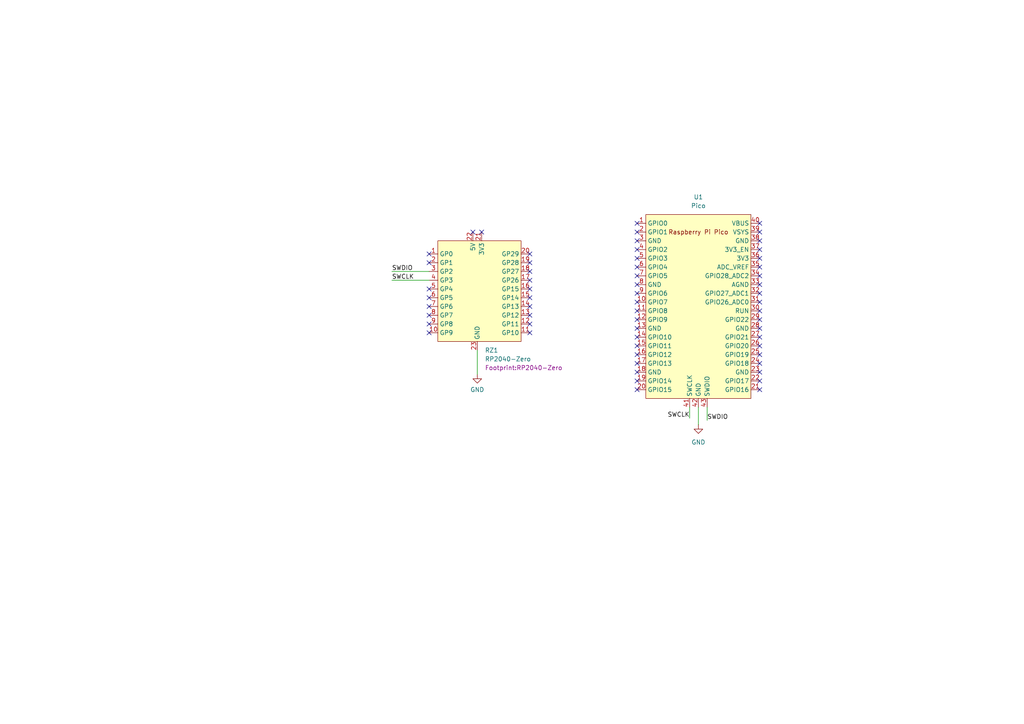
<source format=kicad_sch>
(kicad_sch (version 20231120) (generator "eeschema") (generator_version "8.0")
  (paper "A4")
  (lib_symbols
    (symbol "MCU_RaspberryPi_and_Boards:Pico"
      (property "Reference" "U" (at -13.97 27.94 0))
      (property "Value" "Pico" (at 0 19.05 0))
      (symbol "Pico_0_0"
        (text "Raspberry Pi Pico" (at 0 21.59 0) (effects (font (size 1.27 1.27))))
      )
      (symbol "Pico_0_1"
        (rectangle (start -15.24 26.67) (end 15.24 -26.67) (fill (type background)))
      )
      (symbol "Pico_1_1"
        (pin bidirectional line (at -17.78 24.13 0) (length 2.54) (name "GPIO0") (number "1"))
        (pin bidirectional line (at -17.78 1.27 0) (length 2.54) (name "GPIO7") (number "10"))
        (pin bidirectional line (at -17.78 -1.27 0) (length 2.54) (name "GPIO8") (number "11"))
        (pin bidirectional line (at -17.78 -3.81 0) (length 2.54) (name "GPIO9") (number "12"))
        (pin power_in line (at -17.78 -6.35 0) (length 2.54) (name "GND") (number "13"))
        (pin bidirectional line (at -17.78 -8.89 0) (length 2.54) (name "GPIO10") (number "14"))
        (pin bidirectional line (at -17.78 -11.43 0) (length 2.54) (name "GPIO11") (number "15"))
        (pin bidirectional line (at -17.78 -13.97 0) (length 2.54) (name "GPIO12") (number "16"))
        (pin bidirectional line (at -17.78 -16.51 0) (length 2.54) (name "GPIO13") (number "17"))
        (pin power_in line (at -17.78 -19.05 0) (length 2.54) (name "GND") (number "18"))
        (pin bidirectional line (at -17.78 -21.59 0) (length 2.54) (name "GPIO14") (number "19"))
        (pin bidirectional line (at -17.78 21.59 0) (length 2.54) (name "GPIO1") (number "2"))
        (pin bidirectional line (at -17.78 -24.13 0) (length 2.54) (name "GPIO15") (number "20"))
        (pin bidirectional line (at 17.78 -24.13 180) (length 2.54) (name "GPIO16") (number "21"))
        (pin bidirectional line (at 17.78 -21.59 180) (length 2.54) (name "GPIO17") (number "22"))
        (pin power_in line (at 17.78 -19.05 180) (length 2.54) (name "GND") (number "23"))
        (pin bidirectional line (at 17.78 -16.51 180) (length 2.54) (name "GPIO18") (number "24"))
        (pin bidirectional line (at 17.78 -13.97 180) (length 2.54) (name "GPIO19") (number "25"))
        (pin bidirectional line (at 17.78 -11.43 180) (length 2.54) (name "GPIO20") (number "26"))
        (pin bidirectional line (at 17.78 -8.89 180) (length 2.54) (name "GPIO21") (number "27"))
        (pin power_in line (at 17.78 -6.35 180) (length 2.54) (name "GND") (number "28"))
        (pin bidirectional line (at 17.78 -3.81 180) (length 2.54) (name "GPIO22") (number "29"))
        (pin power_in line (at -17.78 19.05 0) (length 2.54) (name "GND") (number "3"))
        (pin input line (at 17.78 -1.27 180) (length 2.54) (name "RUN") (number "30"))
        (pin bidirectional line (at 17.78 1.27 180) (length 2.54) (name "GPIO26_ADC0") (number "31"))
        (pin bidirectional line (at 17.78 3.81 180) (length 2.54) (name "GPIO27_ADC1") (number "32"))
        (pin power_in line (at 17.78 6.35 180) (length 2.54) (name "AGND") (number "33"))
        (pin bidirectional line (at 17.78 8.89 180) (length 2.54) (name "GPIO28_ADC2") (number "34"))
        (pin power_in line (at 17.78 11.43 180) (length 2.54) (name "ADC_VREF") (number "35"))
        (pin power_in line (at 17.78 13.97 180) (length 2.54) (name "3V3") (number "36"))
        (pin input line (at 17.78 16.51 180) (length 2.54) (name "3V3_EN") (number "37"))
        (pin bidirectional line (at 17.78 19.05 180) (length 2.54) (name "GND") (number "38"))
        (pin power_in line (at 17.78 21.59 180) (length 2.54) (name "VSYS") (number "39"))
        (pin bidirectional line (at -17.78 16.51 0) (length 2.54) (name "GPIO2") (number "4"))
        (pin power_in line (at 17.78 24.13 180) (length 2.54) (name "VBUS") (number "40"))
        (pin input line (at -2.54 -29.21 90) (length 2.54) (name "SWCLK") (number "41"))
        (pin power_in line (at 0 -29.21 90) (length 2.54) (name "GND") (number "42"))
        (pin bidirectional line (at 2.54 -29.21 90) (length 2.54) (name "SWDIO") (number "43"))
        (pin bidirectional line (at -17.78 13.97 0) (length 2.54) (name "GPIO3") (number "5"))
        (pin bidirectional line (at -17.78 11.43 0) (length 2.54) (name "GPIO4") (number "6"))
        (pin bidirectional line (at -17.78 8.89 0) (length 2.54) (name "GPIO5") (number "7"))
        (pin power_in line (at -17.78 6.35 0) (length 2.54) (name "GND") (number "8"))
        (pin bidirectional line (at -17.78 3.81 0) (length 2.54) (name "GPIO6") (number "9"))
      )
    )
    (symbol "power:GND" (power) (pin_numbers hide) (pin_names (offset 0) hide)
      (property "Value" "GND" (at 0 -3.81 0))
      (symbol "GND_0_1"
        (polyline (pts (xy 0 0) (xy 0 -1.27) (xy 1.27 -1.27) (xy 0 -2.54) (xy -1.27 -1.27) (xy 0 -1.27)))
      )
      (symbol "GND_1_1"
        (pin power_in line (at 0 0 270) (length 0) (name "~") (number "1"))
      )
    )
    (symbol "rp2040-zero:RP2040-Zero"
      (property "Reference" "RZ" (at 0 0 0))
      (property "Value" "RP2040-Zero" (at 0 -2.54 0))
      (property "Footprint" "RP2040-Zero:RP2040-Zero" (at 0 0 0))
      (symbol "RP2040-Zero_0_1"
        (rectangle (start -11.43 -15.24) (end 12.7 13.97) (fill (type background)))
      )
      (symbol "RP2040-Zero_1_1"
        (pin bidirectional line (at -13.97 10.16 0) (length 2.54) (name "GP0") (number "1"))
        (pin bidirectional line (at -13.97 -12.7 0) (length 2.54) (name "GP9") (number "10"))
        (pin bidirectional line (at 15.24 -12.7 180) (length 2.54) (name "GP10") (number "11"))
        (pin bidirectional line (at 15.24 -10.16 180) (length 2.54) (name "GP11") (number "12"))
        (pin bidirectional line (at 15.24 -7.62 180) (length 2.54) (name "GP12") (number "13"))
        (pin bidirectional line (at 15.24 -5.08 180) (length 2.54) (name "GP13") (number "14"))
        (pin bidirectional line (at 15.24 -2.54 180) (length 2.54) (name "GP14") (number "15"))
        (pin bidirectional line (at 15.24 0 180) (length 2.54) (name "GP15") (number "16"))
        (pin bidirectional line (at 15.24 2.54 180) (length 2.54) (name "GP26") (number "17"))
        (pin bidirectional line (at 15.24 5.08 180) (length 2.54) (name "GP27") (number "18"))
        (pin bidirectional line (at 15.24 7.62 180) (length 2.54) (name "GP28") (number "19"))
        (pin bidirectional line (at -13.97 7.62 0) (length 2.54) (name "GP1") (number "2"))
        (pin bidirectional line (at 15.24 10.16 180) (length 2.54) (name "GP29") (number "20"))
        (pin power_in line (at 1.27 16.51 270) (length 2.54) (name "3V3") (number "21"))
        (pin power_in line (at -1.27 16.51 270) (length 2.54) (name "5V") (number "22"))
        (pin power_in line (at 0 -17.78 90) (length 2.54) (name "GND") (number "23"))
        (pin bidirectional line (at -13.97 5.08 0) (length 2.54) (name "GP2") (number "3"))
        (pin bidirectional line (at -13.97 2.54 0) (length 2.54) (name "GP3") (number "4"))
        (pin bidirectional line (at -13.97 0 0) (length 2.54) (name "GP4") (number "5"))
        (pin bidirectional line (at -13.97 -2.54 0) (length 2.54) (name "GP5") (number "6"))
        (pin bidirectional line (at -13.97 -5.08 0) (length 2.54) (name "GP6") (number "7"))
        (pin bidirectional line (at -13.97 -7.62 0) (length 2.54) (name "GP7") (number "8"))
        (pin bidirectional line (at -13.97 -10.16 0) (length 2.54) (name "GP8") (number "9"))
      )
    )
  )
  (no_connect (at 220.345 107.95))
  (no_connect (at 184.785 90.17))
  (no_connect (at 153.67 88.9))
  (no_connect (at 184.785 80.01))
  (no_connect (at 220.345 105.41))
  (no_connect (at 124.46 83.82))
  (no_connect (at 220.345 77.47))
  (no_connect (at 184.785 85.09))
  (no_connect (at 124.46 93.98))
  (no_connect (at 184.785 107.95))
  (no_connect (at 184.785 67.31))
  (no_connect (at 184.785 82.55))
  (no_connect (at 220.345 82.55))
  (no_connect (at 220.345 110.49))
  (no_connect (at 124.46 96.52))
  (no_connect (at 153.67 73.66))
  (no_connect (at 124.46 91.44))
  (no_connect (at 137.16 67.31))
  (no_connect (at 184.785 100.33))
  (no_connect (at 184.785 110.49))
  (no_connect (at 220.345 95.25))
  (no_connect (at 184.785 72.39))
  (no_connect (at 220.345 67.31))
  (no_connect (at 184.785 77.47))
  (no_connect (at 184.785 92.71))
  (no_connect (at 184.785 105.41))
  (no_connect (at 184.785 113.03))
  (no_connect (at 153.67 78.74))
  (no_connect (at 220.345 87.63))
  (no_connect (at 139.7 67.31))
  (no_connect (at 124.46 86.36))
  (no_connect (at 220.345 92.71))
  (no_connect (at 153.67 83.82))
  (no_connect (at 184.785 87.63))
  (no_connect (at 153.67 96.52))
  (no_connect (at 153.67 91.44))
  (no_connect (at 220.345 80.01))
  (no_connect (at 220.345 113.03))
  (no_connect (at 220.345 100.33))
  (no_connect (at 220.345 64.77))
  (no_connect (at 153.67 76.2))
  (no_connect (at 153.67 86.36))
  (no_connect (at 184.785 74.93))
  (no_connect (at 220.345 102.87))
  (no_connect (at 153.67 93.98))
  (no_connect (at 220.345 72.39))
  (no_connect (at 153.67 81.28))
  (no_connect (at 124.46 76.2))
  (no_connect (at 184.785 64.77))
  (no_connect (at 220.345 97.79))
  (no_connect (at 184.785 95.25))
  (no_connect (at 184.785 69.85))
  (no_connect (at 124.46 73.66))
  (no_connect (at 184.785 97.79))
  (no_connect (at 220.345 90.17))
  (no_connect (at 220.345 74.93))
  (no_connect (at 220.345 69.85))
  (no_connect (at 220.345 85.09))
  (no_connect (at 124.46 88.9))
  (no_connect (at 184.785 102.87))
  (wire (pts (xy 113.665 78.74) (xy 124.46 78.74)))
  (wire (pts (xy 138.43 101.6) (xy 138.43 108.585)))
  (wire (pts (xy 205.105 118.11) (xy 205.105 121.92)))
  (wire (pts (xy 113.665 81.28) (xy 124.46 81.28)))
  (wire (pts (xy 202.565 118.11) (xy 202.565 123.19)))
  (wire (pts (xy 200.025 118.11) (xy 200.025 121.285)))
  (label "SWCLK" (at 113.665 81.28 0))
  (label "SWDIO" (at 113.665 78.74 0))
  (label "SWDIO" (at 205.105 121.92 0))
  (label "SWCLK" (at 200.025 121.285 180))
  (symbol (lib_id "rp2040-zero:RP2040-Zero") (at 138.43 83.82 0) (unit 1)
    (property "Reference" "RZ1" (at 140.6241 101.6 0) (effects (justify left)))
    (property "Value" "RP2040-Zero" (at 140.6241 104.14 0) (effects (justify left)))
    (property "Footprint" "Footprint:RP2040-Zero" (at 140.6241 106.68 0) (effects (justify left)))
  )
  (symbol (lib_id "MCU_RaspberryPi_and_Boards:Pico") (at 202.565 88.9 0) (unit 1)
    (property "Reference" "U1" (at 202.565 57.15 0))
    (property "Value" "Pico" (at 202.565 59.69 0))
    (property "Footprint" "MCU_RaspberryPi_and_Boards:RPi_Pico_SMD_TH" (effects (hide yes)))
  )
  (symbol (lib_id "power:GND") (at 138.43 108.585 0) (unit 1)
    (property "Reference" "#PWR01" (effects (hide yes)))
    (property "Value" "GND" (at 138.43 113.03 0))
    (property "Description" "Power symbol creates a global label with name \"GND\" , ground" (effects (hide yes)))
  )
  (symbol (lib_id "power:GND") (at 202.565 123.19 0) (unit 1)
    (property "Reference" "#PWR02" (effects (hide yes)))
    (property "Value" "GND" (at 202.565 128.27 0))
    (property "Description" "Power symbol creates a global label with name \"GND\" , ground" (effects (hide yes)))
  )
)
</source>
